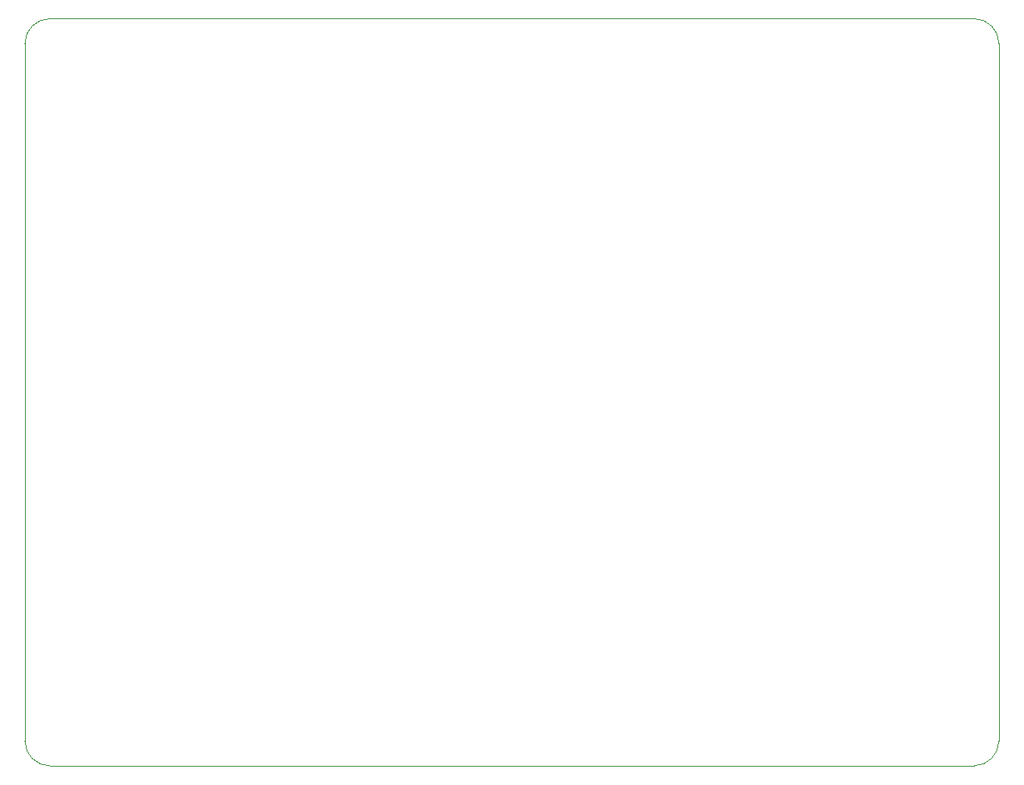
<source format=gm1>
G04 #@! TF.GenerationSoftware,KiCad,Pcbnew,7.0.9*
G04 #@! TF.CreationDate,2024-01-22T22:06:56+01:00*
G04 #@! TF.ProjectId,programmer,70726f67-7261-46d6-9d65-722e6b696361,A0*
G04 #@! TF.SameCoordinates,Original*
G04 #@! TF.FileFunction,Profile,NP*
%FSLAX46Y46*%
G04 Gerber Fmt 4.6, Leading zero omitted, Abs format (unit mm)*
G04 Created by KiCad (PCBNEW 7.0.9) date 2024-01-22 22:06:56*
%MOMM*%
%LPD*%
G01*
G04 APERTURE LIST*
G04 #@! TA.AperFunction,Profile*
%ADD10C,0.100000*%
G04 #@! TD*
G04 APERTURE END LIST*
D10*
X103396051Y-50056051D02*
X103396051Y-121049051D01*
X199916051Y-47516051D02*
X105936051Y-47516051D01*
X202456149Y-50056051D02*
G75*
G03*
X199916051Y-47516051I-2540049J-49D01*
G01*
X103396149Y-121049051D02*
G75*
G03*
X105936051Y-123589051I2539951J-49D01*
G01*
X105936051Y-47516051D02*
G75*
G03*
X103396051Y-50056051I49J-2540049D01*
G01*
X202456051Y-121049051D02*
X202456051Y-50056051D01*
X105936051Y-123589051D02*
X199916051Y-123589051D01*
X199916051Y-123589051D02*
G75*
G03*
X202456051Y-121049051I49J2539951D01*
G01*
M02*

</source>
